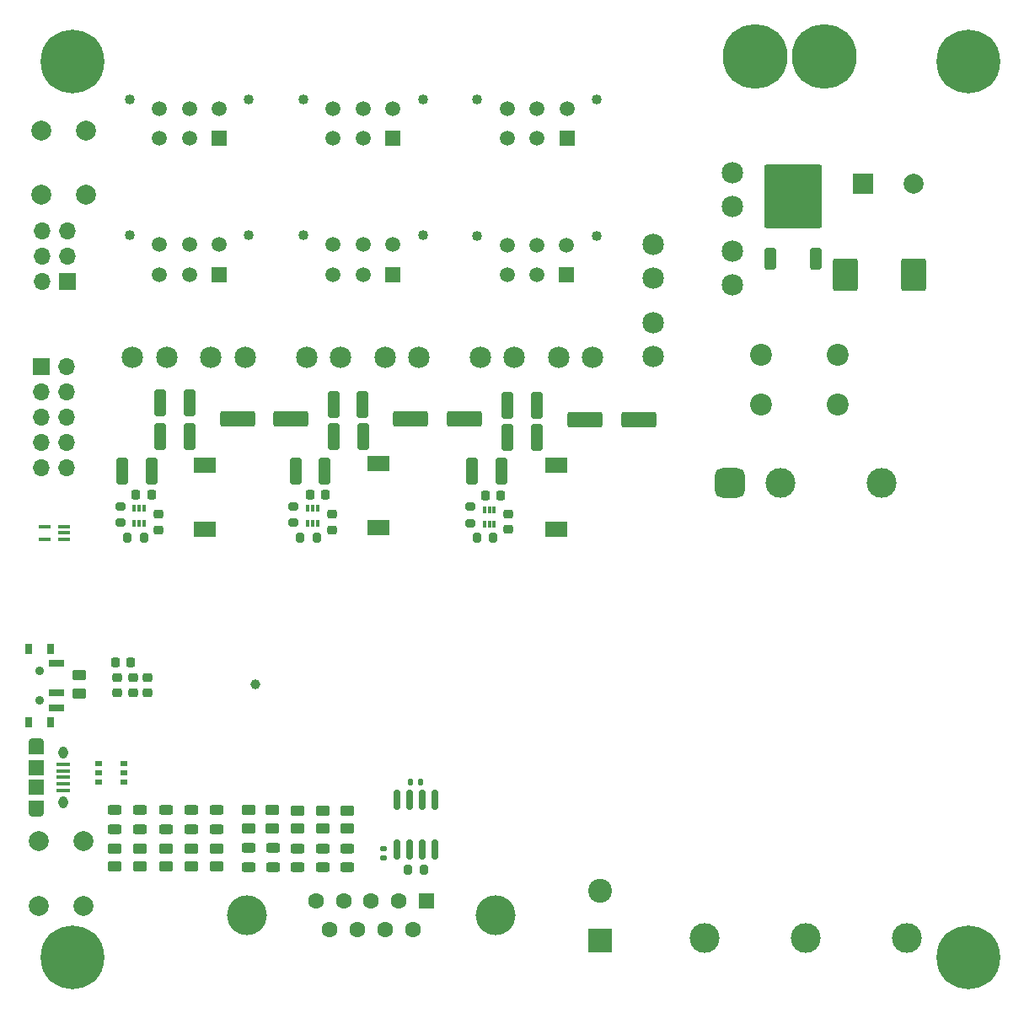
<source format=gbr>
%TF.GenerationSoftware,KiCad,Pcbnew,7.0.6*%
%TF.CreationDate,2024-02-06T00:02:57-07:00*%
%TF.ProjectId,Batt-Power-Prototype-2023_Lucy_V1,42617474-2d50-46f7-9765-722d50726f74,rev?*%
%TF.SameCoordinates,Original*%
%TF.FileFunction,Soldermask,Top*%
%TF.FilePolarity,Negative*%
%FSLAX46Y46*%
G04 Gerber Fmt 4.6, Leading zero omitted, Abs format (unit mm)*
G04 Created by KiCad (PCBNEW 7.0.6) date 2024-02-06 00:02:57*
%MOMM*%
%LPD*%
G01*
G04 APERTURE LIST*
G04 Aperture macros list*
%AMRoundRect*
0 Rectangle with rounded corners*
0 $1 Rounding radius*
0 $2 $3 $4 $5 $6 $7 $8 $9 X,Y pos of 4 corners*
0 Add a 4 corners polygon primitive as box body*
4,1,4,$2,$3,$4,$5,$6,$7,$8,$9,$2,$3,0*
0 Add four circle primitives for the rounded corners*
1,1,$1+$1,$2,$3*
1,1,$1+$1,$4,$5*
1,1,$1+$1,$6,$7*
1,1,$1+$1,$8,$9*
0 Add four rect primitives between the rounded corners*
20,1,$1+$1,$2,$3,$4,$5,0*
20,1,$1+$1,$4,$5,$6,$7,0*
20,1,$1+$1,$6,$7,$8,$9,0*
20,1,$1+$1,$8,$9,$2,$3,0*%
G04 Aperture macros list end*
%ADD10RoundRect,0.225000X-0.250000X0.225000X-0.250000X-0.225000X0.250000X-0.225000X0.250000X0.225000X0*%
%ADD11RoundRect,0.250000X0.450000X-0.262500X0.450000X0.262500X-0.450000X0.262500X-0.450000X-0.262500X0*%
%ADD12RoundRect,0.250000X-0.450000X0.262500X-0.450000X-0.262500X0.450000X-0.262500X0.450000X0.262500X0*%
%ADD13RoundRect,0.243750X0.456250X-0.243750X0.456250X0.243750X-0.456250X0.243750X-0.456250X-0.243750X0*%
%ADD14RoundRect,0.140000X0.140000X0.170000X-0.140000X0.170000X-0.140000X-0.170000X0.140000X-0.170000X0*%
%ADD15R,0.340000X0.700000*%
%ADD16RoundRect,0.200000X0.200000X0.275000X-0.200000X0.275000X-0.200000X-0.275000X0.200000X-0.275000X0*%
%ADD17RoundRect,0.250000X-1.500000X-0.550000X1.500000X-0.550000X1.500000X0.550000X-1.500000X0.550000X0*%
%ADD18RoundRect,0.250000X0.325000X1.100000X-0.325000X1.100000X-0.325000X-1.100000X0.325000X-1.100000X0*%
%ADD19C,2.200000*%
%ADD20C,2.000000*%
%ADD21RoundRect,0.243750X-0.456250X0.243750X-0.456250X-0.243750X0.456250X-0.243750X0.456250X0.243750X0*%
%ADD22C,1.020000*%
%ADD23R,1.520000X1.520000*%
%ADD24C,1.520000*%
%ADD25C,6.500000*%
%ADD26R,1.700000X1.700000*%
%ADD27O,1.700000X1.700000*%
%ADD28RoundRect,0.225000X-0.225000X-0.250000X0.225000X-0.250000X0.225000X0.250000X-0.225000X0.250000X0*%
%ADD29RoundRect,0.250000X-0.325000X-1.100000X0.325000X-1.100000X0.325000X1.100000X-0.325000X1.100000X0*%
%ADD30R,2.200000X1.500000*%
%ADD31RoundRect,0.140000X0.170000X-0.140000X0.170000X0.140000X-0.170000X0.140000X-0.170000X-0.140000X0*%
%ADD32R,1.200000X0.400000*%
%ADD33C,6.400000*%
%ADD34RoundRect,0.250000X0.350000X-0.850000X0.350000X0.850000X-0.350000X0.850000X-0.350000X-0.850000X0*%
%ADD35RoundRect,0.249997X2.650003X-2.950003X2.650003X2.950003X-2.650003X2.950003X-2.650003X-2.950003X0*%
%ADD36C,1.000000*%
%ADD37RoundRect,0.200000X-0.275000X0.200000X-0.275000X-0.200000X0.275000X-0.200000X0.275000X0.200000X0*%
%ADD38C,2.159000*%
%ADD39R,1.350000X0.400000*%
%ADD40O,1.550000X0.890000*%
%ADD41R,1.550000X1.200000*%
%ADD42O,0.950000X1.250000*%
%ADD43R,1.550000X1.500000*%
%ADD44R,0.774700X0.508000*%
%ADD45RoundRect,0.150000X-0.150000X0.825000X-0.150000X-0.825000X0.150000X-0.825000X0.150000X0.825000X0*%
%ADD46R,2.400000X2.400000*%
%ADD47C,2.400000*%
%ADD48RoundRect,0.750000X-0.750000X-0.750000X0.750000X-0.750000X0.750000X0.750000X-0.750000X0.750000X0*%
%ADD49C,3.000000*%
%ADD50RoundRect,0.250000X1.000000X-1.400000X1.000000X1.400000X-1.000000X1.400000X-1.000000X-1.400000X0*%
%ADD51R,0.800000X1.000000*%
%ADD52C,0.900000*%
%ADD53R,1.500000X0.700000*%
%ADD54C,4.000000*%
%ADD55R,1.600000X1.600000*%
%ADD56C,1.600000*%
%ADD57R,2.000000X2.000000*%
%ADD58RoundRect,0.218750X0.218750X0.256250X-0.218750X0.256250X-0.218750X-0.256250X0.218750X-0.256250X0*%
G04 APERTURE END LIST*
D10*
%TO.C,C30*%
X143800000Y-109475000D03*
X143800000Y-111025000D03*
%TD*%
%TO.C,C29*%
X126100000Y-109536000D03*
X126100000Y-111086000D03*
%TD*%
%TO.C,C28*%
X108650000Y-109525000D03*
X108650000Y-111075000D03*
%TD*%
D11*
%TO.C,R1*%
X100738000Y-127508500D03*
X100738000Y-125683500D03*
%TD*%
D12*
%TO.C,R5*%
X109393333Y-143087500D03*
X109393333Y-144912500D03*
%TD*%
D13*
%TO.C,D12*%
X127664000Y-144955000D03*
X127664000Y-143080000D03*
%TD*%
D14*
%TO.C,C15*%
X134980000Y-136450000D03*
X134020000Y-136450000D03*
%TD*%
D15*
%TO.C,U10*%
X142411250Y-109051000D03*
X141911250Y-109051000D03*
X141411250Y-109051000D03*
X141411250Y-110551000D03*
X141911250Y-110551000D03*
X142411250Y-110551000D03*
%TD*%
D12*
%TO.C,R22*%
X120084000Y-139245000D03*
X120084000Y-141070000D03*
%TD*%
D10*
%TO.C,C13*%
X106100000Y-125925000D03*
X106100000Y-127475000D03*
%TD*%
D11*
%TO.C,R12*%
X104300000Y-144912500D03*
X104300000Y-143087500D03*
%TD*%
D12*
%TO.C,R23*%
X122624000Y-139270000D03*
X122624000Y-141095000D03*
%TD*%
D16*
%TO.C,R8*%
X135375000Y-145200000D03*
X133725000Y-145200000D03*
%TD*%
D17*
%TO.C,C37*%
X116600000Y-99900000D03*
X122000000Y-99900000D03*
%TD*%
D18*
%TO.C,C35*%
X129200000Y-98500000D03*
X126250000Y-98500000D03*
%TD*%
D19*
%TO.C,FL1*%
X176947000Y-93472000D03*
X169247000Y-93472000D03*
X169247000Y-98472000D03*
X176947000Y-98472000D03*
%TD*%
D20*
%TO.C,SW3*%
X101400000Y-70950000D03*
X101400000Y-77450000D03*
X96900000Y-70950000D03*
X96900000Y-77450000D03*
%TD*%
%TO.C,SW1*%
X101150000Y-142350000D03*
X101150000Y-148850000D03*
X96650000Y-142350000D03*
X96650000Y-148850000D03*
%TD*%
D21*
%TO.C,D11*%
X104300000Y-139250000D03*
X104300000Y-141125000D03*
%TD*%
D18*
%TO.C,C33*%
X146688250Y-98613000D03*
X143738250Y-98613000D03*
%TD*%
D15*
%TO.C,U9*%
X124669000Y-108938000D03*
X124169000Y-108938000D03*
X123669000Y-108938000D03*
X123669000Y-110438000D03*
X124169000Y-110438000D03*
X124669000Y-110438000D03*
%TD*%
D22*
%TO.C,J9*%
X140692127Y-81528500D03*
X152692103Y-81528500D03*
D23*
X149692104Y-85468500D03*
D24*
X146692105Y-85468500D03*
X143692106Y-85468500D03*
X149692104Y-82468501D03*
X146692105Y-82468501D03*
X143692106Y-82468501D03*
%TD*%
D18*
%TO.C,C32*%
X129211750Y-101714750D03*
X126261750Y-101714750D03*
%TD*%
D12*
%TO.C,R6*%
X111946666Y-143087500D03*
X111946666Y-144912500D03*
%TD*%
D25*
%TO.C,J6*%
X168631400Y-63500000D03*
X175581400Y-63500000D03*
%TD*%
D22*
%TO.C,J12*%
X140695140Y-67811000D03*
X152695116Y-67811000D03*
D23*
X149695117Y-71751000D03*
D24*
X146695118Y-71751000D03*
X143695119Y-71751000D03*
X149695117Y-68751001D03*
X146695118Y-68751001D03*
X143695119Y-68751001D03*
%TD*%
D26*
%TO.C,J5*%
X96900000Y-94650000D03*
D27*
X99440000Y-94650000D03*
X96900000Y-97190000D03*
X99440000Y-97190000D03*
X96900000Y-99730000D03*
X99440000Y-99730000D03*
X96900000Y-102270000D03*
X99440000Y-102270000D03*
X96900000Y-104810000D03*
X99440000Y-104810000D03*
%TD*%
D10*
%TO.C,C12*%
X107601000Y-125925000D03*
X107601000Y-127475000D03*
%TD*%
D12*
%TO.C,R15*%
X127664000Y-139270000D03*
X127664000Y-141095000D03*
%TD*%
D16*
%TO.C,R18*%
X124575000Y-111850000D03*
X122925000Y-111850000D03*
%TD*%
D28*
%TO.C,C51*%
X106412250Y-107573000D03*
X107962250Y-107573000D03*
%TD*%
D29*
%TO.C,C25*%
X105028250Y-105173000D03*
X107978250Y-105173000D03*
%TD*%
D30*
%TO.C,L3*%
X148600000Y-111000000D03*
X148600000Y-104600000D03*
%TD*%
D31*
%TO.C,C16*%
X131250000Y-144080000D03*
X131250000Y-143120000D03*
%TD*%
D32*
%TO.C,IC1*%
X99150000Y-112050000D03*
X99150000Y-111400000D03*
X99150000Y-110750000D03*
X97250000Y-110750000D03*
X97250000Y-112050000D03*
%TD*%
D33*
%TO.C,H7*%
X190000000Y-154000000D03*
%TD*%
D12*
%TO.C,R9*%
X117750000Y-139237500D03*
X117750000Y-141062500D03*
%TD*%
D34*
%TO.C,D10*%
X170176000Y-83873000D03*
D35*
X172456000Y-77573000D03*
D34*
X174736000Y-83873000D03*
%TD*%
D12*
%TO.C,R7*%
X114500000Y-143087500D03*
X114500000Y-144912500D03*
%TD*%
D15*
%TO.C,U17*%
X107257250Y-108923250D03*
X106757250Y-108923250D03*
X106257250Y-108923250D03*
X106257250Y-110423250D03*
X106757250Y-110423250D03*
X107257250Y-110423250D03*
%TD*%
D36*
%TO.C,TP1*%
X118400000Y-126600000D03*
%TD*%
D37*
%TO.C,R19*%
X122250000Y-108725000D03*
X122250000Y-110375000D03*
%TD*%
D38*
%TO.C,F5*%
X166366000Y-75188449D03*
X166366000Y-78594450D03*
X166366000Y-83064451D03*
X166366000Y-86470453D03*
%TD*%
D37*
%TO.C,R21*%
X140000000Y-108775000D03*
X140000000Y-110425000D03*
%TD*%
D26*
%TO.C,J1*%
X99525000Y-86175000D03*
D27*
X96985000Y-86175000D03*
X99525000Y-83635000D03*
X96985000Y-83635000D03*
X99525000Y-81095000D03*
X96985000Y-81095000D03*
%TD*%
D38*
%TO.C,F2*%
X134819504Y-93726000D03*
X131413503Y-93726000D03*
X126943502Y-93726000D03*
X123537500Y-93726000D03*
%TD*%
D29*
%TO.C,C26*%
X122440000Y-105187750D03*
X125390000Y-105187750D03*
%TD*%
D18*
%TO.C,C31*%
X111800000Y-101700000D03*
X108850000Y-101700000D03*
%TD*%
D33*
%TO.C,H6*%
X190000000Y-64000000D03*
%TD*%
D39*
%TO.C,J2*%
X99133000Y-134650000D03*
X99133000Y-135300000D03*
X99133000Y-135950000D03*
X99133000Y-136600000D03*
X99133000Y-137250000D03*
D40*
X96433000Y-132450000D03*
D41*
X96433000Y-133050000D03*
D42*
X99133000Y-133450000D03*
D43*
X96433000Y-134950000D03*
X96433000Y-136950000D03*
D42*
X99133000Y-138450000D03*
D41*
X96433000Y-138850000D03*
D40*
X96433000Y-139450000D03*
%TD*%
D13*
%TO.C,D13*%
X120200000Y-144937500D03*
X120200000Y-143062500D03*
%TD*%
D44*
%TO.C,D2*%
X102672700Y-134549998D03*
X102672700Y-135499999D03*
X102672700Y-136450000D03*
X105200000Y-136450000D03*
X105200000Y-135499999D03*
X105200000Y-134549998D03*
%TD*%
D21*
%TO.C,D4*%
X111946666Y-139252500D03*
X111946666Y-141127500D03*
%TD*%
D30*
%TO.C,L2*%
X130800000Y-110850000D03*
X130800000Y-104450000D03*
%TD*%
D29*
%TO.C,C27*%
X140175000Y-105200000D03*
X143125000Y-105200000D03*
%TD*%
D33*
%TO.C,H5*%
X100000000Y-64000000D03*
%TD*%
D13*
%TO.C,D15*%
X125150000Y-144955000D03*
X125150000Y-143080000D03*
%TD*%
D10*
%TO.C,C14*%
X104553000Y-125925000D03*
X104553000Y-127475000D03*
%TD*%
D37*
%TO.C,R17*%
X104850000Y-108725000D03*
X104850000Y-110375000D03*
%TD*%
D30*
%TO.C,L1*%
X113350000Y-111000000D03*
X113350000Y-104600000D03*
%TD*%
D28*
%TO.C,C53*%
X141525000Y-107650000D03*
X143075000Y-107650000D03*
%TD*%
D16*
%TO.C,R16*%
X107225000Y-111850000D03*
X105575000Y-111850000D03*
%TD*%
D22*
%TO.C,J11*%
X123231133Y-67811000D03*
X135231109Y-67811000D03*
D23*
X132231110Y-71751000D03*
D24*
X129231111Y-71751000D03*
X126231112Y-71751000D03*
X132231110Y-68751001D03*
X129231111Y-68751001D03*
X126231112Y-68751001D03*
%TD*%
D38*
%TO.C,F1*%
X117357004Y-93726000D03*
X113951003Y-93726000D03*
X109481002Y-93726000D03*
X106075000Y-93726000D03*
%TD*%
D22*
%TO.C,J8*%
X123229627Y-81510000D03*
X135229603Y-81510000D03*
D23*
X132229604Y-85450000D03*
D24*
X129229605Y-85450000D03*
X126229606Y-85450000D03*
X132229604Y-82450001D03*
X129229605Y-82450001D03*
X126229606Y-82450001D03*
%TD*%
D45*
%TO.C,U4*%
X136405000Y-138225000D03*
X135135000Y-138225000D03*
X133865000Y-138225000D03*
X132595000Y-138225000D03*
X132595000Y-143175000D03*
X133865000Y-143175000D03*
X135135000Y-143175000D03*
X136405000Y-143175000D03*
%TD*%
D33*
%TO.C,H8*%
X100000000Y-154000000D03*
%TD*%
D11*
%TO.C,R2*%
X106840000Y-144912500D03*
X106840000Y-143087500D03*
%TD*%
D17*
%TO.C,C38*%
X134000000Y-99900000D03*
X139400000Y-99900000D03*
%TD*%
D24*
%TO.C,J7*%
X108767106Y-82450501D03*
X111767105Y-82450501D03*
X114767104Y-82450501D03*
X108767106Y-85450500D03*
X111767105Y-85450500D03*
D23*
X114767104Y-85450500D03*
D22*
X117767103Y-81510500D03*
X105767127Y-81510500D03*
%TD*%
D28*
%TO.C,C52*%
X123896750Y-107587750D03*
X125446750Y-107587750D03*
%TD*%
D46*
%TO.C,C24*%
X153000000Y-152323959D03*
D47*
X153000000Y-147323959D03*
%TD*%
D18*
%TO.C,C34*%
X111800000Y-98358250D03*
X108850000Y-98358250D03*
%TD*%
D48*
%TO.C,U7*%
X166112000Y-106375200D03*
D49*
X171192000Y-106375200D03*
X181352000Y-106375200D03*
X183892000Y-152095200D03*
X173732000Y-152095200D03*
X163572000Y-152095200D03*
%TD*%
D21*
%TO.C,D3*%
X109393333Y-139252500D03*
X109393333Y-141127500D03*
%TD*%
D17*
%TO.C,C39*%
X151542000Y-100049750D03*
X156942000Y-100049750D03*
%TD*%
D50*
%TO.C,D9*%
X177698000Y-85471000D03*
X184498000Y-85471000D03*
%TD*%
D51*
%TO.C,SW2*%
X97815000Y-123074000D03*
X95605000Y-123074000D03*
D52*
X96705000Y-125224000D03*
X96705000Y-128224000D03*
D51*
X97815000Y-130374000D03*
X95605000Y-130374000D03*
D53*
X98465000Y-124474000D03*
X98465000Y-127474000D03*
X98465000Y-128974000D03*
%TD*%
D54*
%TO.C,J4*%
X117550000Y-149820000D03*
X142550000Y-149820000D03*
D55*
X135590000Y-148400000D03*
D56*
X132820000Y-148400000D03*
X130050000Y-148400000D03*
X127280000Y-148400000D03*
X124510000Y-148400000D03*
X134205000Y-151240000D03*
X131435000Y-151240000D03*
X128665000Y-151240000D03*
X125895000Y-151240000D03*
%TD*%
D22*
%TO.C,J10*%
X105767127Y-67811000D03*
X117767103Y-67811000D03*
D23*
X114767104Y-71751000D03*
D24*
X111767105Y-71751000D03*
X108767106Y-71751000D03*
X114767104Y-68751001D03*
X111767105Y-68751001D03*
X108767106Y-68751001D03*
%TD*%
D57*
%TO.C,C19*%
X179492323Y-76327000D03*
D20*
X184492323Y-76327000D03*
%TD*%
D58*
%TO.C,FB1*%
X105887500Y-124414000D03*
X104312500Y-124414000D03*
%TD*%
D13*
%TO.C,D8*%
X117750000Y-144945000D03*
X117750000Y-143070000D03*
%TD*%
D38*
%TO.C,F4*%
X158365500Y-93656001D03*
X158365500Y-90250000D03*
X158365500Y-85779999D03*
X158365500Y-82373997D03*
%TD*%
D16*
%TO.C,R20*%
X142325000Y-111900000D03*
X140675000Y-111900000D03*
%TD*%
D13*
%TO.C,D14*%
X122624000Y-144955000D03*
X122624000Y-143080000D03*
%TD*%
D18*
%TO.C,C36*%
X146700000Y-101827750D03*
X143750000Y-101827750D03*
%TD*%
D12*
%TO.C,R24*%
X125200000Y-139270000D03*
X125200000Y-141095000D03*
%TD*%
D38*
%TO.C,F3*%
X152282004Y-93726000D03*
X148876003Y-93726000D03*
X144406002Y-93726000D03*
X141000000Y-93726000D03*
%TD*%
D21*
%TO.C,D5*%
X114500000Y-139252500D03*
X114500000Y-141127500D03*
%TD*%
D13*
%TO.C,D1*%
X106840000Y-141125000D03*
X106840000Y-139250000D03*
%TD*%
M02*

</source>
